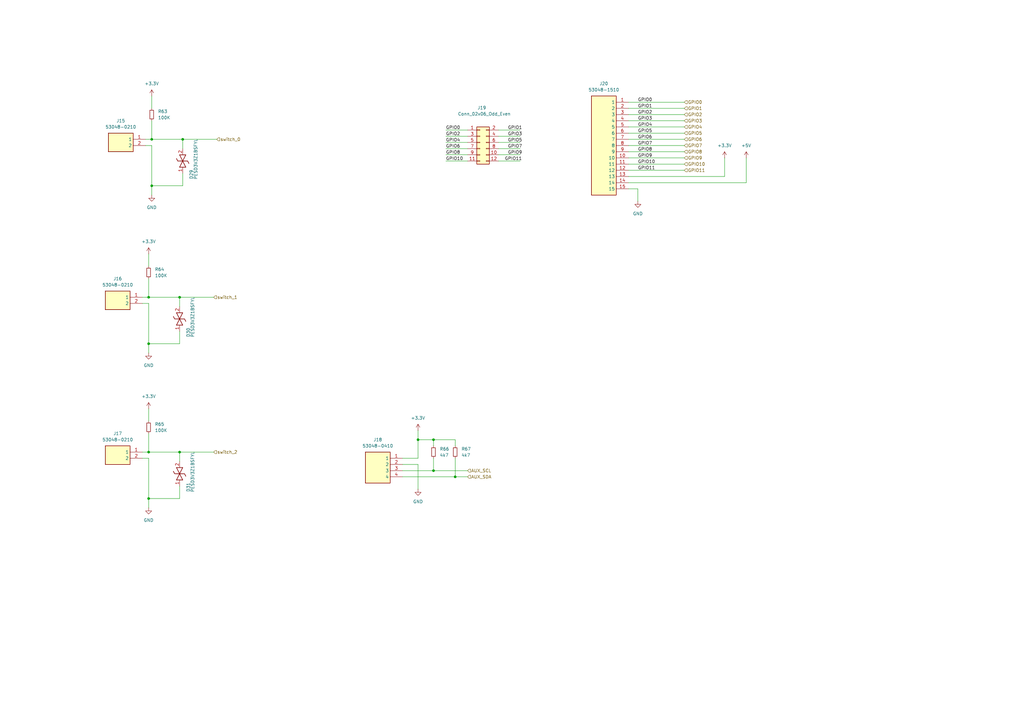
<source format=kicad_sch>
(kicad_sch (version 20231120) (generator "eeschema") (generator_version "8.0")
  (paper "A3")
  (lib_symbols
    (symbol "Chase_Conn:53048-0210"
      (property "Reference" "J" (at 16.51 7.62 0))
      (property "Value" "53048-0210" (at 16.51 5.08 0))
      (symbol "53048-0210_1_1"
        (rectangle (start 5.08 2.54) (end 15.24 -5.08) (stroke (width 0.254)) (fill (type background)))
        (pin passive line (at 0 0 0) (length 5.08) (name "1") (number "1"))
        (pin passive line (at 0 -2.54 0) (length 5.08) (name "2") (number "2"))
      )
    )
    (symbol "Chase_Conn:53048-0410"
      (property "Reference" "J" (at 16.51 7.62 0))
      (property "Value" "53048-0410" (at 16.51 5.08 0))
      (symbol "53048-0410_1_1"
        (rectangle (start 5.08 2.54) (end 15.24 -10.16) (stroke (width 0.254)) (fill (type background)))
        (pin passive line (at 0 -7.62 0) (length 5.08) (name "1") (number "1"))
        (pin passive line (at 0 -5.08 0) (length 5.08) (name "2") (number "2"))
        (pin passive line (at 0 -2.54 0) (length 5.08) (name "3") (number "3"))
        (pin passive line (at 0 0 0) (length 5.08) (name "4") (number "4"))
      )
    )
    (symbol "Chase_Conn:53048-1510"
      (property "Reference" "J" (at 16.51 7.62 0))
      (property "Value" "53048-1510" (at 16.51 5.08 0))
      (symbol "53048-1510_1_1"
        (rectangle (start 5.08 2.54) (end 15.24 -38.1) (stroke (width 0.254)) (fill (type background)))
        (pin passive line (at 0 -35.56 0) (length 5.08) (name "1") (number "1"))
        (pin passive line (at 0 -12.7 0) (length 5.08) (name "10") (number "10"))
        (pin passive line (at 0 -10.16 0) (length 5.08) (name "11") (number "11"))
        (pin passive line (at 0 -7.62 0) (length 5.08) (name "12") (number "12"))
        (pin passive line (at 0 -5.08 0) (length 5.08) (name "13") (number "13"))
        (pin passive line (at 0 -2.54 0) (length 5.08) (name "14") (number "14"))
        (pin passive line (at 0 0 0) (length 5.08) (name "15") (number "15"))
        (pin passive line (at 0 -33.02 0) (length 5.08) (name "2") (number "2"))
        (pin passive line (at 0 -30.48 0) (length 5.08) (name "3") (number "3"))
        (pin passive line (at 0 -27.94 0) (length 5.08) (name "4") (number "4"))
        (pin passive line (at 0 -25.4 0) (length 5.08) (name "5") (number "5"))
        (pin passive line (at 0 -22.86 0) (length 5.08) (name "6") (number "6"))
        (pin passive line (at 0 -20.32 0) (length 5.08) (name "7") (number "7"))
        (pin passive line (at 0 -17.78 0) (length 5.08) (name "8") (number "8"))
        (pin passive line (at 0 -15.24 0) (length 5.08) (name "9") (number "9"))
      )
    )
    (symbol "Chase_Diode:PESD3V3Z1BSFYL" (pin_names hide)
      (property "Reference" "D" (at 5.08 6.35 0))
      (property "Value" "PESD3V3Z1BSFYL" (at 5.08 3.81 0))
      (symbol "PESD3V3Z1BSFYL_1_1"
        (polyline (pts (xy 5.08 1.27) (xy 5.08 -1.27)) (stroke (width 0.254)))
        (polyline (pts (xy 5.08 1.27) (xy 7.62 0)) (stroke (width 0.254)))
        (polyline (pts (xy 7.62 -2.032) (xy 6.604 -2.54)) (stroke (width 0.254)))
        (polyline (pts (xy 7.62 -1.905) (xy 7.62 1.905)) (stroke (width 0.254)))
        (polyline (pts (xy 7.62 0) (xy 5.08 -1.27)) (stroke (width 0.254)))
        (polyline (pts (xy 7.62 0) (xy 10.16 1.27)) (stroke (width 0.254)))
        (polyline (pts (xy 8.636 2.54) (xy 7.62 2.032)) (stroke (width 0.254)))
        (polyline (pts (xy 10.16 -1.27) (xy 7.62 0)) (stroke (width 0.254)))
        (polyline (pts (xy 10.16 -1.27) (xy 10.16 1.27)) (stroke (width 0.254)))
        (pin passive line (at 2.54 0 0) (length 2.54) (name "K1") (number "1"))
        (pin passive line (at 12.7 0 180) (length 2.54) (name "K2") (number "2"))
      )
    )
    (symbol "Connector_Generic:Conn_02x06_Odd_Even" (pin_names (offset 1.016) hide)
      (property "Reference" "J" (at 1.27 7.62 0))
      (property "Value" "Conn_02x06_Odd_Even" (at 1.27 -10.16 0))
      (symbol "Conn_02x06_Odd_Even_1_1"
        (rectangle (start -1.27 -7.493) (end 0 -7.747) (stroke (width 0.1524)))
        (rectangle (start -1.27 -4.953) (end 0 -5.207) (stroke (width 0.1524)))
        (rectangle (start -1.27 -2.413) (end 0 -2.667) (stroke (width 0.1524)))
        (rectangle (start -1.27 0.127) (end 0 -0.127) (stroke (width 0.1524)))
        (rectangle (start -1.27 2.667) (end 0 2.413) (stroke (width 0.1524)))
        (rectangle (start -1.27 5.207) (end 0 4.953) (stroke (width 0.1524)))
        (rectangle (start -1.27 6.35) (end 3.81 -8.89) (stroke (width 0.254)) (fill (type background)))
        (rectangle (start 3.81 -7.493) (end 2.54 -7.747) (stroke (width 0.1524)))
        (rectangle (start 3.81 -4.953) (end 2.54 -5.207) (stroke (width 0.1524)))
        (rectangle (start 3.81 -2.413) (end 2.54 -2.667) (stroke (width 0.1524)))
        (rectangle (start 3.81 0.127) (end 2.54 -0.127) (stroke (width 0.1524)))
        (rectangle (start 3.81 2.667) (end 2.54 2.413) (stroke (width 0.1524)))
        (rectangle (start 3.81 5.207) (end 2.54 4.953) (stroke (width 0.1524)))
        (pin passive line (at -5.08 5.08 0) (length 3.81) (name "Pin_1") (number "1"))
        (pin passive line (at 7.62 -5.08 180) (length 3.81) (name "Pin_10") (number "10"))
        (pin passive line (at -5.08 -7.62 0) (length 3.81) (name "Pin_11") (number "11"))
        (pin passive line (at 7.62 -7.62 180) (length 3.81) (name "Pin_12") (number "12"))
        (pin passive line (at 7.62 5.08 180) (length 3.81) (name "Pin_2") (number "2"))
        (pin passive line (at -5.08 2.54 0) (length 3.81) (name "Pin_3") (number "3"))
        (pin passive line (at 7.62 2.54 180) (length 3.81) (name "Pin_4") (number "4"))
        (pin passive line (at -5.08 0 0) (length 3.81) (name "Pin_5") (number "5"))
        (pin passive line (at 7.62 0 180) (length 3.81) (name "Pin_6") (number "6"))
        (pin passive line (at -5.08 -2.54 0) (length 3.81) (name "Pin_7") (number "7"))
        (pin passive line (at 7.62 -2.54 180) (length 3.81) (name "Pin_8") (number "8"))
        (pin passive line (at -5.08 -5.08 0) (length 3.81) (name "Pin_9") (number "9"))
      )
    )
    (symbol "Device:R_Small" (pin_numbers hide) (pin_names (offset 0.254) hide)
      (property "Reference" "R" (at 0.762 0.508 0))
      (property "Value" "R_Small" (at 0.762 -1.016 0))
      (symbol "R_Small_0_1"
        (rectangle (start -0.762 1.778) (end 0.762 -1.778) (stroke (width 0.2032)))
      )
      (symbol "R_Small_1_1"
        (pin passive line (at 0 2.54 270) (length 0.762) (name "~") (number "1"))
        (pin passive line (at 0 -2.54 90) (length 0.762) (name "~") (number "2"))
      )
    )
    (symbol "power:+3.3V" (power) (pin_numbers hide) (pin_names (offset 0) hide)
      (property "Value" "+3.3V" (at 0 3.556 0))
      (symbol "+3.3V_0_1"
        (polyline (pts (xy -0.762 1.27) (xy 0 2.54)))
        (polyline (pts (xy 0 0) (xy 0 2.54)))
        (polyline (pts (xy 0 2.54) (xy 0.762 1.27)))
      )
      (symbol "+3.3V_1_1"
        (pin power_in line (at 0 0 90) (length 0) (name "~") (number "1"))
      )
    )
    (symbol "power:+5V" (power) (pin_numbers hide) (pin_names (offset 0) hide)
      (property "Value" "+5V" (at 0 3.556 0))
      (symbol "+5V_0_1"
        (polyline (pts (xy -0.762 1.27) (xy 0 2.54)))
        (polyline (pts (xy 0 0) (xy 0 2.54)))
        (polyline (pts (xy 0 2.54) (xy 0.762 1.27)))
      )
      (symbol "+5V_1_1"
        (pin power_in line (at 0 0 90) (length 0) (name "~") (number "1"))
      )
    )
    (symbol "power:GND" (power) (pin_numbers hide) (pin_names (offset 0) hide)
      (property "Value" "GND" (at 0 -3.81 0))
      (symbol "GND_0_1"
        (polyline (pts (xy 0 0) (xy 0 -1.27) (xy 1.27 -1.27) (xy 0 -2.54) (xy -1.27 -1.27) (xy 0 -1.27)))
      )
      (symbol "GND_1_1"
        (pin power_in line (at 0 0 270) (length 0) (name "~") (number "1"))
      )
    )
  )
  (junction (at 60.96 140.97))
  (junction (at 60.96 121.92))
  (junction (at 60.96 204.47))
  (junction (at 62.23 76.2))
  (junction (at 73.66 121.92))
  (junction (at 62.23 57.15))
  (junction (at 73.66 185.42))
  (junction (at 60.96 185.42))
  (junction (at 177.8 193.04))
  (junction (at 186.69 195.58))
  (junction (at 177.8 180.34))
  (junction (at 171.45 180.34))
  (junction (at 74.93 57.15))
  (wire (pts (xy 62.23 57.15) (xy 74.93 57.15)))
  (wire (pts (xy 74.93 76.2) (xy 62.23 76.2)))
  (wire (pts (xy 306.07 64.77) (xy 306.07 74.93)))
  (wire (pts (xy 257.81 57.15) (xy 280.67 57.15)))
  (wire (pts (xy 177.8 182.88) (xy 177.8 180.34)))
  (wire (pts (xy 257.81 44.45) (xy 280.67 44.45)))
  (wire (pts (xy 59.69 57.15) (xy 62.23 57.15)))
  (wire (pts (xy 74.93 71.12) (xy 74.93 76.2)))
  (wire (pts (xy 58.42 185.42) (xy 60.96 185.42)))
  (wire (pts (xy 60.96 114.3) (xy 60.96 121.92)))
  (wire (pts (xy 257.81 59.69) (xy 280.67 59.69)))
  (wire (pts (xy 58.42 121.92) (xy 60.96 121.92)))
  (wire (pts (xy 182.88 58.42) (xy 191.77 58.42)))
  (wire (pts (xy 257.81 64.77) (xy 280.67 64.77)))
  (wire (pts (xy 257.81 41.91) (xy 280.67 41.91)))
  (wire (pts (xy 62.23 76.2) (xy 62.23 80.01)))
  (wire (pts (xy 177.8 180.34) (xy 171.45 180.34)))
  (wire (pts (xy 165.1 190.5) (xy 171.45 190.5)))
  (wire (pts (xy 165.1 195.58) (xy 186.69 195.58)))
  (wire (pts (xy 177.8 193.04) (xy 191.77 193.04)))
  (wire (pts (xy 297.18 64.77) (xy 297.18 72.39)))
  (wire (pts (xy 204.47 60.96) (xy 213.36 60.96)))
  (wire (pts (xy 59.69 59.69) (xy 62.23 59.69)))
  (wire (pts (xy 204.47 53.34) (xy 213.36 53.34)))
  (wire (pts (xy 297.18 72.39) (xy 257.81 72.39)))
  (wire (pts (xy 182.88 53.34) (xy 191.77 53.34)))
  (wire (pts (xy 62.23 59.69) (xy 62.23 76.2)))
  (wire (pts (xy 257.81 46.99) (xy 280.67 46.99)))
  (wire (pts (xy 73.66 121.92) (xy 73.66 125.73)))
  (wire (pts (xy 73.66 135.89) (xy 73.66 140.97)))
  (wire (pts (xy 73.66 185.42) (xy 73.66 189.23)))
  (wire (pts (xy 73.66 199.39) (xy 73.66 204.47)))
  (wire (pts (xy 204.47 58.42) (xy 213.36 58.42)))
  (wire (pts (xy 62.23 39.37) (xy 62.23 44.45)))
  (wire (pts (xy 204.47 66.04) (xy 213.36 66.04)))
  (wire (pts (xy 186.69 180.34) (xy 177.8 180.34)))
  (wire (pts (xy 177.8 187.96) (xy 177.8 193.04)))
  (wire (pts (xy 204.47 55.88) (xy 213.36 55.88)))
  (wire (pts (xy 74.93 57.15) (xy 88.9 57.15)))
  (wire (pts (xy 257.81 77.47) (xy 261.62 77.47)))
  (wire (pts (xy 73.66 140.97) (xy 60.96 140.97)))
  (wire (pts (xy 60.96 140.97) (xy 60.96 144.78)))
  (wire (pts (xy 73.66 185.42) (xy 87.63 185.42)))
  (wire (pts (xy 182.88 63.5) (xy 191.77 63.5)))
  (wire (pts (xy 257.81 52.07) (xy 280.67 52.07)))
  (wire (pts (xy 257.81 54.61) (xy 280.67 54.61)))
  (wire (pts (xy 60.96 185.42) (xy 73.66 185.42)))
  (wire (pts (xy 257.81 69.85) (xy 280.67 69.85)))
  (wire (pts (xy 257.81 49.53) (xy 280.67 49.53)))
  (wire (pts (xy 171.45 190.5) (xy 171.45 200.66)))
  (wire (pts (xy 165.1 187.96) (xy 171.45 187.96)))
  (wire (pts (xy 186.69 182.88) (xy 186.69 180.34)))
  (wire (pts (xy 60.96 104.14) (xy 60.96 109.22)))
  (wire (pts (xy 60.96 121.92) (xy 73.66 121.92)))
  (wire (pts (xy 60.96 204.47) (xy 60.96 208.28)))
  (wire (pts (xy 60.96 124.46) (xy 60.96 140.97)))
  (wire (pts (xy 257.81 62.23) (xy 280.67 62.23)))
  (wire (pts (xy 60.96 167.64) (xy 60.96 172.72)))
  (wire (pts (xy 182.88 60.96) (xy 191.77 60.96)))
  (wire (pts (xy 73.66 204.47) (xy 60.96 204.47)))
  (wire (pts (xy 261.62 77.47) (xy 261.62 82.55)))
  (wire (pts (xy 58.42 124.46) (xy 60.96 124.46)))
  (wire (pts (xy 60.96 187.96) (xy 60.96 204.47)))
  (wire (pts (xy 182.88 66.04) (xy 191.77 66.04)))
  (wire (pts (xy 306.07 74.93) (xy 257.81 74.93)))
  (wire (pts (xy 62.23 49.53) (xy 62.23 57.15)))
  (wire (pts (xy 171.45 187.96) (xy 171.45 180.34)))
  (wire (pts (xy 73.66 121.92) (xy 87.63 121.92)))
  (wire (pts (xy 60.96 177.8) (xy 60.96 185.42)))
  (wire (pts (xy 186.69 187.96) (xy 186.69 195.58)))
  (wire (pts (xy 257.81 67.31) (xy 280.67 67.31)))
  (wire (pts (xy 186.69 195.58) (xy 191.77 195.58)))
  (wire (pts (xy 58.42 187.96) (xy 60.96 187.96)))
  (wire (pts (xy 165.1 193.04) (xy 177.8 193.04)))
  (wire (pts (xy 171.45 176.53) (xy 171.45 180.34)))
  (wire (pts (xy 74.93 57.15) (xy 74.93 60.96)))
  (wire (pts (xy 182.88 55.88) (xy 191.77 55.88)))
  (wire (pts (xy 204.47 63.5) (xy 213.36 63.5)))
  (label "GPIO7" (at 261.62 59.69 0))
  (label "GPIO8" (at 261.62 62.23 0))
  (label "GPIO8" (at 182.88 63.5 0))
  (label "GPIO2" (at 261.62 46.99 0))
  (label "GPIO5" (at 261.62 54.61 0))
  (label "GPIO10" (at 182.88 66.04 0))
  (label "GPIO7" (at 208.28 60.96 0))
  (label "GPIO11" (at 261.62 69.85 0))
  (label "GPIO4" (at 261.62 52.07 0))
  (label "GPIO6" (at 182.88 60.96 0))
  (label "GPIO0" (at 182.88 53.34 0))
  (label "GPIO4" (at 182.88 58.42 0))
  (label "GPIO3" (at 208.28 55.88 0))
  (label "GPIO0" (at 261.62 41.91 0))
  (label "GPIO3" (at 261.62 49.53 0))
  (label "GPIO5" (at 208.28 58.42 0))
  (label "GPIO9" (at 261.62 64.77 0))
  (label "GPIO1" (at 261.62 44.45 0))
  (label "GPIO10" (at 261.62 67.31 0))
  (label "GPIO11" (at 207.01 66.04 0))
  (label "GPIO2" (at 182.88 55.88 0))
  (label "GPIO1" (at 208.28 53.34 0))
  (label "GPIO9" (at 208.28 63.5 0))
  (label "GPIO6" (at 261.62 57.15 0))
  (hierarchical_label "GPIO7" (shape input) (at 280.67 59.69 0))
  (hierarchical_label "GPIO1" (shape input) (at 280.67 44.45 0))
  (hierarchical_label "GPIO0" (shape input) (at 280.67 41.91 0))
  (hierarchical_label "AUX_SDA" (shape input) (at 191.77 195.58 0))
  (hierarchical_label "switch_0" (shape input) (at 88.9 57.15 0))
  (hierarchical_label "GPIO3" (shape input) (at 280.67 49.53 0))
  (hierarchical_label "switch_1" (shape input) (at 87.63 121.92 0))
  (hierarchical_label "GPIO9" (shape input) (at 280.67 64.77 0))
  (hierarchical_label "GPIO8" (shape input) (at 280.67 62.23 0))
  (hierarchical_label "AUX_SCL" (shape input) (at 191.77 193.04 0))
  (hierarchical_label "GPIO4" (shape input) (at 280.67 52.07 0))
  (hierarchical_label "GPIO6" (shape input) (at 280.67 57.15 0))
  (hierarchical_label "GPIO2" (shape input) (at 280.67 46.99 0))
  (hierarchical_label "GPIO11" (shape input) (at 280.67 69.85 0))
  (hierarchical_label "GPIO10" (shape input) (at 280.67 67.31 0))
  (hierarchical_label "switch_2" (shape input) (at 87.63 185.42 0))
  (hierarchical_label "GPIO5" (shape input) (at 280.67 54.61 0))
  (symbol (lib_id "power:GND") (at 60.96 144.78 0) (unit 1)
    (property "Reference" "#PWR0117" (effects (hide yes)))
    (property "Value" "GND" (at 60.96 149.86 0))
    (property "Description" "Power symbol creates a global label with name \"GND\" , ground" (effects (hide yes)))
  )
  (symbol (lib_id "power:+3.3V") (at 171.45 176.53 0) (unit 1)
    (property "Reference" "#PWR0120" (effects (hide yes)))
    (property "Value" "+3.3V" (at 171.45 171.45 0))
    (property "Description" "Power symbol creates a global label with name \"+3.3V\"" (effects (hide yes)))
  )
  (symbol (lib_id "power:GND") (at 171.45 200.66 0) (unit 1)
    (property "Reference" "#PWR0121" (effects (hide yes)))
    (property "Value" "GND" (at 171.45 205.74 0))
    (property "Description" "Power symbol creates a global label with name \"GND\" , ground" (effects (hide yes)))
  )
  (symbol (lib_id "Chase_Conn:53048-0210") (at 59.69 57.15 0) (mirror y) (unit 1)
    (property "Reference" "J15" (at 49.53 49.53 0))
    (property "Value" "53048-0210" (at 49.53 52.07 0))
    (property "Datasheet" "https://www.molex.com/pdm_docs/sd/530481010_sd.pdf" (effects (hide yes)))
    (property "Description" "2 way through board PCB 90deg header Molex PICOBLADE Series, Series Number 53048, 1.25mm Pitch 2 Way 1 Row Right Angle PCB Header, Solder Termination, 1A" (effects (hide yes)))
    (property "Height" "3.5" (effects (hide yes)))
    (property "Mouser Part Number" "538-53048-0210" (effects (hide yes)))
    (property "Mouser Price/Stock" "https://www.mouser.co.uk/ProductDetail/Molex/53048-0210?qs=o4r9IV%252BgZWMoVY43HmKPkg%3D%3D" (effects (hide yes)))
    (property "Manufacturer_Name" "Molex" (effects (hide yes)))
    (property "Manufacturer_Part_Number" "53048-0210" (effects (hide yes)))
  )
  (symbol (lib_id "Device:R_Small") (at 62.23 46.99 0) (unit 1)
    (property "Reference" "R63" (at 64.77 45.7199 0) (effects (justify left)))
    (property "Value" "100K" (at 64.77 48.2599 0) (effects (justify left)))
    (property "Footprint" "Resistor_SMD:R_0402_1005Metric_Pad0.72x0.64mm_HandSolder" (effects (hide yes)))
    (property "Description" "Resistor, small symbol" (effects (hide yes)))
  )
  (symbol (lib_id "Device:R_Small") (at 60.96 175.26 0) (unit 1)
    (property "Reference" "R65" (at 63.5 173.9899 0) (effects (justify left)))
    (property "Value" "100K" (at 63.5 176.5299 0) (effects (justify left)))
    (property "Footprint" "Resistor_SMD:R_0402_1005Metric_Pad0.72x0.64mm_HandSolder" (effects (hide yes)))
    (property "Description" "Resistor, small symbol" (effects (hide yes)))
  )
  (symbol (lib_id "power:+3.3V") (at 297.18 64.77 0) (unit 1)
    (property "Reference" "#PWR0122" (effects (hide yes)))
    (property "Value" "+3.3V" (at 297.18 59.69 0))
    (property "Description" "Power symbol creates a global label with name \"+3.3V\"" (effects (hide yes)))
  )
  (symbol (lib_id "power:+5V") (at 306.07 64.77 0) (unit 1)
    (property "Reference" "#PWR0123" (effects (hide yes)))
    (property "Value" "+5V" (at 306.07 59.69 0))
    (property "Description" "Power symbol creates a global label with name \"+5V\"" (effects (hide yes)))
  )
  (symbol (lib_id "Chase_Diode:PESD3V3Z1BSFYL") (at 73.66 201.93 90) (unit 1)
    (property "Reference" "D31" (at 77.216 197.866 0) (effects (justify right)))
    (property "Value" "PESD3V3Z1BSFYL" (at 78.994 185.166 0) (effects (justify right)))
    (property "Datasheet" "https://assets.nexperia.com/documents/data-sheet/PESD3V3Z1BSF.pdf" (effects (hide yes)))
    (property "Description" "PESD3V3Z1BSF - Extremely low capacitance bidirectional ESD protection diode" (effects (hide yes)))
    (property "Mouser Part Number" "771-PESD3V3Z1BSFYL" (effects (hide yes)))
    (property "Mouser Price/Stock" "https://www.mouser.co.uk/ProductDetail/Nexperia/PESD3V3Z1BSFYL?qs=%252BEew9%252B0nqrB3Csg8iRki7Q%3D%3D" (effects (hide yes)))
    (property "Manufacturer_Name" "Nexperia" (effects (hide yes)))
    (property "Manufacturer_Part_Number" "PESD3V3Z1BSFYL" (effects (hide yes)))
  )
  (symbol (lib_id "Chase_Diode:PESD3V3Z1BSFYL") (at 74.93 73.66 90) (unit 1)
    (property "Reference" "D29" (at 78.486 69.596 0) (effects (justify right)))
    (property "Value" "PESD3V3Z1BSFYL" (at 80.264 56.896 0) (effects (justify right)))
    (property "Datasheet" "https://assets.nexperia.com/documents/data-sheet/PESD3V3Z1BSF.pdf" (effects (hide yes)))
    (property "Description" "PESD3V3Z1BSF - Extremely low capacitance bidirectional ESD protection diode" (effects (hide yes)))
    (property "Mouser Part Number" "771-PESD3V3Z1BSFYL" (effects (hide yes)))
    (property "Mouser Price/Stock" "https://www.mouser.co.uk/ProductDetail/Nexperia/PESD3V3Z1BSFYL?qs=%252BEew9%252B0nqrB3Csg8iRki7Q%3D%3D" (effects (hide yes)))
    (property "Manufacturer_Name" "Nexperia" (effects (hide yes)))
    (property "Manufacturer_Part_Number" "PESD3V3Z1BSFYL" (effects (hide yes)))
  )
  (symbol (lib_id "Device:R_Small") (at 60.96 111.76 0) (unit 1)
    (property "Reference" "R64" (at 63.5 110.4899 0) (effects (justify left)))
    (property "Value" "100K" (at 63.5 113.0299 0) (effects (justify left)))
    (property "Footprint" "Resistor_SMD:R_0402_1005Metric_Pad0.72x0.64mm_HandSolder" (effects (hide yes)))
    (property "Description" "Resistor, small symbol" (effects (hide yes)))
  )
  (symbol (lib_id "power:GND") (at 261.62 82.55 0) (unit 1)
    (property "Reference" "#PWR0124" (effects (hide yes)))
    (property "Value" "GND" (at 261.62 87.63 0))
    (property "Description" "Power symbol creates a global label with name \"GND\" , ground" (effects (hide yes)))
  )
  (symbol (lib_id "Chase_Diode:PESD3V3Z1BSFYL") (at 73.66 138.43 90) (unit 1)
    (property "Reference" "D30" (at 77.216 134.366 0) (effects (justify right)))
    (property "Value" "PESD3V3Z1BSFYL" (at 78.994 121.666 0) (effects (justify right)))
    (property "Datasheet" "https://assets.nexperia.com/documents/data-sheet/PESD3V3Z1BSF.pdf" (effects (hide yes)))
    (property "Description" "PESD3V3Z1BSF - Extremely low capacitance bidirectional ESD protection diode" (effects (hide yes)))
    (property "Mouser Part Number" "771-PESD3V3Z1BSFYL" (effects (hide yes)))
    (property "Mouser Price/Stock" "https://www.mouser.co.uk/ProductDetail/Nexperia/PESD3V3Z1BSFYL?qs=%252BEew9%252B0nqrB3Csg8iRki7Q%3D%3D" (effects (hide yes)))
    (property "Manufacturer_Name" "Nexperia" (effects (hide yes)))
    (property "Manufacturer_Part_Number" "PESD3V3Z1BSFYL" (effects (hide yes)))
  )
  (symbol (lib_id "power:GND") (at 60.96 208.28 0) (unit 1)
    (property "Reference" "#PWR0119" (effects (hide yes)))
    (property "Value" "GND" (at 60.96 213.36 0))
    (property "Description" "Power symbol creates a global label with name \"GND\" , ground" (effects (hide yes)))
  )
  (symbol (lib_id "power:+3.3V") (at 60.96 167.64 0) (unit 1)
    (property "Reference" "#PWR0118" (effects (hide yes)))
    (property "Value" "+3.3V" (at 60.96 162.56 0))
    (property "Description" "Power symbol creates a global label with name \"+3.3V\"" (effects (hide yes)))
  )
  (symbol (lib_id "Chase_Conn:53048-0210") (at 58.42 121.92 0) (mirror y) (unit 1)
    (property "Reference" "J16" (at 48.26 114.3 0))
    (property "Value" "53048-0210" (at 48.26 116.84 0))
    (property "Datasheet" "https://www.molex.com/pdm_docs/sd/530481010_sd.pdf" (effects (hide yes)))
    (property "Description" "2 way through board PCB 90deg header Molex PICOBLADE Series, Series Number 53048, 1.25mm Pitch 2 Way 1 Row Right Angle PCB Header, Solder Termination, 1A" (effects (hide yes)))
    (property "Height" "3.5" (effects (hide yes)))
    (property "Mouser Part Number" "538-53048-0210" (effects (hide yes)))
    (property "Mouser Price/Stock" "https://www.mouser.co.uk/ProductDetail/Molex/53048-0210?qs=o4r9IV%252BgZWMoVY43HmKPkg%3D%3D" (effects (hide yes)))
    (property "Manufacturer_Name" "Molex" (effects (hide yes)))
    (property "Manufacturer_Part_Number" "53048-0210" (effects (hide yes)))
  )
  (symbol (lib_id "Chase_Conn:53048-0210") (at 58.42 185.42 0) (mirror y) (unit 1)
    (property "Reference" "J17" (at 48.26 177.8 0))
    (property "Value" "53048-0210" (at 48.26 180.34 0))
    (property "Datasheet" "https://www.molex.com/pdm_docs/sd/530481010_sd.pdf" (effects (hide yes)))
    (property "Description" "2 way through board PCB 90deg header Molex PICOBLADE Series, Series Number 53048, 1.25mm Pitch 2 Way 1 Row Right Angle PCB Header, Solder Termination, 1A" (effects (hide yes)))
    (property "Height" "3.5" (effects (hide yes)))
    (property "Mouser Part Number" "538-53048-0210" (effects (hide yes)))
    (property "Mouser Price/Stock" "https://www.mouser.co.uk/ProductDetail/Molex/53048-0210?qs=o4r9IV%252BgZWMoVY43HmKPkg%3D%3D" (effects (hide yes)))
    (property "Manufacturer_Name" "Molex" (effects (hide yes)))
    (property "Manufacturer_Part_Number" "53048-0210" (effects (hide yes)))
  )
  (symbol (lib_id "Chase_Conn:53048-1510") (at 257.81 77.47 180) (unit 1)
    (property "Reference" "J20" (at 247.65 34.29 0))
    (property "Value" "53048-1510" (at 247.65 36.83 0))
    (property "Datasheet" "https://www.molex.com/pdm_docs/sd/530481510_sd.pdf" (effects (hide yes)))
    (property "Description" "Molex PicoBlade 53048, 15 Way, 1 Row, Right Angle PCB Header" (effects (hide yes)))
    (property "Height" "3.7" (effects (hide yes)))
    (property "Mouser Part Number" "538-53048-1510" (effects (hide yes)))
    (property "Mouser Price/Stock" "https://www.mouser.co.uk/ProductDetail/Molex/53048-1510?qs=UAyrm%2FnZ%252BChQmj9sthvrTQ%3D%3D" (effects (hide yes)))
    (property "Manufacturer_Name" "Molex" (effects (hide yes)))
    (property "Manufacturer_Part_Number" "53048-1510" (effects (hide yes)))
  )
  (symbol (lib_id "power:+3.3V") (at 60.96 104.14 0) (unit 1)
    (property "Reference" "#PWR0116" (effects (hide yes)))
    (property "Value" "+3.3V" (at 60.96 99.06 0))
    (property "Description" "Power symbol creates a global label with name \"+3.3V\"" (effects (hide yes)))
  )
  (symbol (lib_id "Chase_Conn:53048-0410") (at 165.1 195.58 180) (unit 1)
    (property "Reference" "J18" (at 154.94 180.34 0))
    (property "Value" "53048-0410" (at 154.94 182.88 0))
    (property "Datasheet" "https://www.molex.com/pdm_docs/sd/530480410_sd.pdf" (effects (hide yes)))
    (property "Description" "Headers & Wire Housings RIGHT ANGLE HDR 4P" (effects (hide yes)))
    (property "Height" "3.7" (effects (hide yes)))
    (property "Mouser Part Number" "538-53048-0410" (effects (hide yes)))
    (property "Mouser Price/Stock" "https://www.mouser.co.uk/ProductDetail/Molex/53048-0410?qs=359VwiUTsp2msj5Tobchuw%3D%3D" (effects (hide yes)))
    (property "Manufacturer_Name" "Molex" (effects (hide yes)))
    (property "Manufacturer_Part_Number" "53048-0410" (effects (hide yes)))
  )
  (symbol (lib_id "power:GND") (at 62.23 80.01 0) (unit 1)
    (property "Reference" "#PWR0114" (effects (hide yes)))
    (property "Value" "GND" (at 62.23 85.09 0))
    (property "Description" "Power symbol creates a global label with name \"GND\" , ground" (effects (hide yes)))
  )
  (symbol (lib_id "Device:R_Small") (at 186.69 185.42 0) (unit 1)
    (property "Reference" "R67" (at 189.23 184.1499 0) (effects (justify left)))
    (property "Value" "4k7" (at 189.23 186.6899 0) (effects (justify left)))
    (property "Footprint" "Resistor_SMD:R_0402_1005Metric_Pad0.72x0.64mm_HandSolder" (effects (hide yes)))
    (property "Description" "Resistor, small symbol" (effects (hide yes)))
  )
  (symbol (lib_id "power:+3.3V") (at 62.23 39.37 0) (unit 1)
    (property "Reference" "#PWR0115" (effects (hide yes)))
    (property "Value" "+3.3V" (at 62.23 34.29 0))
    (property "Description" "Power symbol creates a global label with name \"+3.3V\"" (effects (hide yes)))
  )
  (symbol (lib_id "Connector_Generic:Conn_02x06_Odd_Even") (at 196.85 58.42 0) (unit 1)
    (property "Reference" "J19" (at 197.612 44.196 0))
    (property "Value" "Conn_02x06_Odd_Even" (at 198.628 46.736 0))
    (property "Footprint" "Connector_PinHeader_2.54mm:PinHeader_2x06_P2.54mm_Vertical" (effects (hide yes)))
    (property "Description" "Generic connector, double row, 02x06, odd/even pin numbering scheme (row 1 odd numbers, row 2 even numbers), script generated (kicad-library-utils/schlib/autogen/connector/)" (effects (hide yes)))
  )
  (symbol (lib_id "Device:R_Small") (at 177.8 185.42 0) (unit 1)
    (property "Reference" "R66" (at 180.34 184.1499 0) (effects (justify left)))
    (property "Value" "4k7" (at 180.34 186.6899 0) (effects (justify left)))
    (property "Footprint" "Resistor_SMD:R_0402_1005Metric_Pad0.72x0.64mm_HandSolder" (effects (hide yes)))
    (property "Description" "Resistor, small symbol" (effects (hide yes)))
  )
)
</source>
